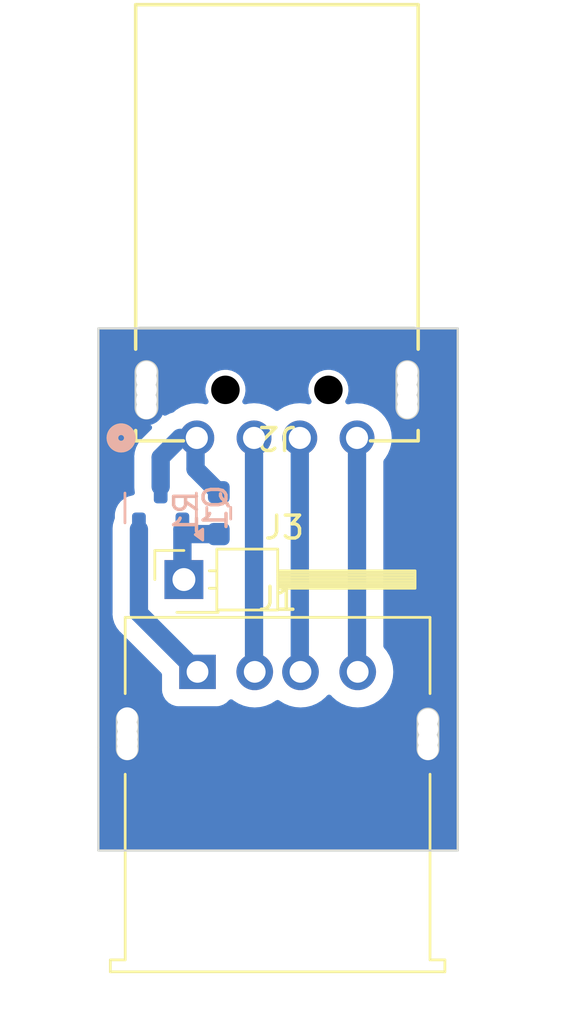
<source format=kicad_pcb>
(kicad_pcb (version 20221018) (generator pcbnew)
  (layers (0 "F.Cu" signal) (31 "B.Cu" signal) (34 "B.Paste" user) (35 "F.Paste" user) (36 "B.SilkS" user "B.Silkscreen") (37 "F.SilkS" user "F.Silkscreen") (38 "B.Mask" user) (39 "F.Mask" user) (44 "Edge.Cuts" user))
  (net 0 "")
  (net 1 "5V_OUT")
  (net 2 "Net-(J1-D-)")
  (net 3 "Net-(J1-D+)")
  (net 4 "GND")
  (net 5 "+5V")
  (net 6 "Net-(J3-Pin_1)")
  (net 7 "SHIELD")
  (footprint "" (layer "F.Cu") (at 120.9 78.74)
    (fp_text reference "" (at 0 0) (layer "F.SilkS") (effects (font (size 1.27 1.27))))
    (fp_text value "" (at 0 0) (layer "F.SilkS") (effects (font (size 1.27 1.27))))
    (pad "" np_thru_hole circle (at 0 1.96 180) (size 0.9 0.9) (drill 0.9) (layers "F&B.Cu" "*.Mask"))
  )
  (footprint "" (layer "F.Cu") (at 120.9 79.24)
    (fp_text reference "" (at 0 0) (layer "F.SilkS") (effects (font (size 1.27 1.27))))
    (fp_text value "" (at 0 0) (layer "F.SilkS") (effects (font (size 1.27 1.27))))
    (pad "" np_thru_hole circle (at 0 1.96 180) (size 0.9 0.9) (drill 0.9) (layers "F&B.Cu" "*.Mask"))
  )
  (footprint "" (layer "F.Cu") (at 104.2 78.24)
    (fp_text reference "" (at 0 0) (layer "F.SilkS") (effects (font (size 1.27 1.27))))
    (fp_text value "" (at 0 0) (layer "F.SilkS") (effects (font (size 1.27 1.27))))
    (pad "" np_thru_hole circle (at 3.56 1.96 180) (size 0.9 0.9) (drill 0.9) (layers "F&B.Cu" "*.Mask"))
  )
  (footprint "" (layer "F.Cu") (at 120.9 79.64)
    (fp_text reference "" (at 0 0) (layer "F.SilkS") (effects (font (size 1.27 1.27))))
    (fp_text value "" (at 0 0) (layer "F.SilkS") (effects (font (size 1.27 1.27))))
    (pad "" np_thru_hole circle (at 0 1.96 180) (size 0.9 0.9) (drill 0.9) (layers "F&B.Cu" "*.Mask"))
  )
  (footprint "" (layer "F.Cu") (at 104.2 78.64)
    (fp_text reference "" (at 0 0) (layer "F.SilkS") (effects (font (size 1.27 1.27))))
    (fp_text value "" (at 0 0) (layer "F.SilkS") (effects (font (size 1.27 1.27))))
    (pad "" np_thru_hole circle (at 3.56 1.96 180) (size 0.9 0.9) (drill 0.9) (layers "F&B.Cu" "*.Mask"))
  )
  (footprint "" (layer "F.Cu") (at 120.9 78.3)
    (fp_text reference "" (at 0 0) (layer "F.SilkS") (effects (font (size 1.27 1.27))))
    (fp_text value "" (at 0 0) (layer "F.SilkS") (effects (font (size 1.27 1.27))))
    (pad "" np_thru_hole circle (at 0 1.96 180) (size 0.9 0.9) (drill 0.9) (layers "F&B.Cu" "*.Mask"))
  )
  (footprint "" (layer "F.Cu") (at 104.2 79.34)
    (fp_text reference "" (at 0 0) (layer "F.SilkS") (effects (font (size 1.27 1.27))))
    (fp_text value "" (at 0 0) (layer "F.SilkS") (effects (font (size 1.27 1.27))))
    (pad "" np_thru_hole circle (at 3.56 1.96 180) (size 0.9 0.9) (drill 0.9) (layers "F&B.Cu" "*.Mask"))
  )
  (footprint "Connector_PinHeader_2.54mm:PinHeader_1x01_P2.54mm_Horizontal" (layer "F.Cu") (at 110.236 74.168)
    (fp_text reference "J3" (at 4.385 -2.27) (layer "F.SilkS"))
    (fp_text value "EN")
    (fp_line (start -1.27 -1.27) (end 0 -1.27) (stroke (width 0.12)) (layer "F.SilkS"))
    (fp_line (start -1.27 0) (end -1.27 -1.27) (stroke (width 0.12)) (layer "F.SilkS"))
    (fp_line (start 1.11 -0.38) (end 1.44 -0.38) (stroke (width 0.12)) (layer "F.SilkS"))
    (fp_line (start 1.11 0.38) (end 1.44 0.38) (stroke (width 0.12)) (layer "F.SilkS"))
    (fp_line (start 1.44 -1.33) (end 1.44 1.33) (stroke (width 0.12)) (layer "F.SilkS"))
    (fp_line (start 1.44 1.33) (end 4.1 1.33) (stroke (width 0.12)) (layer "F.SilkS"))
    (fp_line (start 4.1 -1.33) (end 1.44 -1.33) (stroke (width 0.12)) (layer "F.SilkS"))
    (fp_line (start 4.1 -0.38) (end 10.1 -0.38) (stroke (width 0.12)) (layer "F.SilkS"))
    (fp_line (start 4.1 -0.32) (end 10.1 -0.32) (stroke (width 0.12)) (layer "F.SilkS"))
    (fp_line (start 4.1 -0.2) (end 10.1 -0.2) (stroke (width 0.12)) (layer "F.SilkS"))
    (fp_line (start 4.1 -0.08) (end 10.1 -0.08) (stroke (width 0.12)) (layer "F.SilkS"))
    (fp_line (start 4.1 0.04) (end 10.1 0.04) (stroke (width 0.12)) (layer "F.SilkS"))
    (fp_line (start 4.1 0.16) (end 10.1 0.16) (stroke (width 0.12)) (layer "F.SilkS"))
    (fp_line (start 4.1 0.28) (end 10.1 0.28) (stroke (width 0.12)) (layer "F.SilkS"))
    (fp_line (start 4.1 1.33) (end 4.1 -1.33) (stroke (width 0.12)) (layer "F.SilkS"))
    (fp_line (start 10.1 -0.38) (end 10.1 0.38) (stroke (width 0.12)) (layer "F.SilkS"))
    (fp_line (start 10.1 0.38) (end 4.1 0.38) (stroke (width 0.12)) (layer "F.SilkS"))
    (pad "1" thru_hole rect (at 0 0) (size 1.7 1.7) (drill 1) (layers "*.Cu" "*.Mask") (net 6 "Net-(J3-Pin_1)"))
  )
  (footprint "model_usb_a_male:CONN_480370001_MOL" (layer "F.Cu") (at 110.800001 67.9831 180)
    (fp_text reference "J2" (at -3.499999 0 180 unlocked) (layer "F.SilkS"))
    (fp_text value "USB_A_MALE")
    (fp_circle (center 3.307201 0) (end 3.688201 0) (stroke (width 0.508)) (fill none) (layer "B.SilkS"))
    (fp_line (start -9.672199 -0.127) (end -9.672199 0.323576) (stroke (width 0.1524)) (layer "F.SilkS"))
    (fp_line (start -9.672199 3.876425) (end -9.672199 18.923) (stroke (width 0.1524)) (layer "F.SilkS"))
    (fp_line (start -9.672199 18.923) (end 2.672201 18.923) (stroke (width 0.1524)) (layer "F.SilkS"))
    (fp_line (start -7.587347 -0.127) (end -9.672199 -0.127) (stroke (width 0.1524)) (layer "F.SilkS"))
    (fp_line (start 2.672201 -0.127) (end 0.587348 -0.127) (stroke (width 0.1524)) (layer "F.SilkS"))
    (fp_line (start 2.672201 0.323576) (end 2.672201 -0.127) (stroke (width 0.1524)) (layer "F.SilkS"))
    (fp_line (start 2.672201 18.923) (end 2.672201 3.876425) (stroke (width 0.1524)) (layer "F.SilkS"))
    (fp_circle (center 3.307201 0) (end 3.688201 0) (stroke (width 0.508)) (fill none) (layer "F.SilkS"))
    (fp_line (start -9.199999 2.8747) (end -9.199999 1.3253) (stroke (width 1.0414)) (layer "Edge.Cuts"))
    (fp_line (start 2.200001 2.8747) (end 2.200001 1.3253) (stroke (width 1.0414)) (layer "Edge.Cuts"))
    (fp_line (start 2.545201 4.850001) (end -9.545199 4.850001) (stroke (width 0.0254)) (layer "Edge.Cuts"))
    (pad "" np_thru_hole circle (at -9.2 1.3 180) (size 0.9 0.9) (drill 0.9) (layers "F&B.Cu" "*.Mask"))
    (pad "" np_thru_hole circle (at -9.2 1.650001 180) (size 0.9 0.9) (drill 0.9) (layers "F&B.Cu" "*.Mask"))
    (pad "" np_thru_hole circle (at -9.2 2.100001 180) (size 0.9 0.9) (drill 0.9) (layers "F&B.Cu" "*.Mask"))
    (pad "" np_thru_hole circle (at -9.2 2.550001 180) (size 0.9 0.9) (drill 0.9) (layers "F&B.Cu" "*.Mask"))
    (pad "" np_thru_hole circle (at -9.2 2.9 180) (size 0.9 0.9) (drill 0.9) (layers "F&B.Cu" "*.Mask"))
    (pad "" np_thru_hole circle (at -5.75 2.100001 180) (size 1.2446 1.2446) (drill 1.2446) (layers))
    (pad "" np_thru_hole circle (at -1.249999 2.100001 180) (size 1.2446 1.2446) (drill 1.2446) (layers))
    (pad "" np_thru_hole circle (at 2.2 2.9 180) (size 0.9 0.9) (drill 0.9) (layers "F&B.Cu" "*.Mask"))
    (pad "" np_thru_hole circle (at 2.200001 1.27 180) (size 0.9 0.9) (drill 0.9) (layers "F&B.Cu" "*.Mask"))
    (pad "" np_thru_hole circle (at 2.200001 1.650001 180) (size 0.9 0.9) (drill 0.9) (layers "F&B.Cu" "*.Mask"))
    (pad "" np_thru_hole circle (at 2.200001 2.100001 180) (size 0.9 0.9) (drill 0.9) (layers "F&B.Cu" "*.Mask"))
    (pad "" np_thru_hole circle (at 2.200001 2.54 180) (size 0.9 0.9) (drill 0.9) (layers "F&B.Cu" "*.Mask"))
    (pad "1" thru_hole circle (at 0 0 180) (size 1.524 1.524) (drill 0.9652) (layers "*.Cu" "*.Mask") (net 5 "+5V"))
    (pad "2" thru_hole circle (at -2.499999 0 180) (size 1.524 1.524) (drill 0.9652) (layers "*.Cu" "*.Mask") (net 2 "Net-(J1-D-)"))
    (pad "3" thru_hole circle (at -4.5 0 180) (size 1.524 1.524) (drill 0.9652) (layers "*.Cu" "*.Mask") (net 3 "Net-(J1-D+)"))
    (pad "4" thru_hole circle (at -6.999998 0 180) (size 1.524 1.524) (drill 0.9652) (layers "*.Cu" "*.Mask") (net 4 "GND"))
    (pad "5" smd oval (at -9.2 2.100001 180) (size 1.5494 3.0988) (layers "B.Cu" "F.Paste" "F.Mask") (net 7 "SHIELD"))
    (pad "5" smd oval (at 2.200002 2.100001 180) (size 1.5494 3.0988) (layers "B.Cu" "F.Paste" "F.Mask") (net 7 "SHIELD"))
  )
  (footprint "" (layer "F.Cu") (at 104.2 79.04)
    (fp_text reference "" (at 0 0) (layer "F.SilkS") (effects (font (size 1.27 1.27))))
    (fp_text value "" (at 0 0) (layer "F.SilkS") (effects (font (size 1.27 1.27))))
    (pad "" np_thru_hole circle (at 3.56 1.96 180) (size 0.9 0.9) (drill 0.9) (layers "F&B.Cu" "*.Mask"))
  )
  (footprint "" (layer "F.Cu") (at 104.2 79.64)
    (fp_text reference "" (at 0 0) (layer "F.SilkS") (effects (font (size 1.27 1.27))))
    (fp_text value "" (at 0 0) (layer "F.SilkS") (effects (font (size 1.27 1.27))))
    (pad "" np_thru_hole circle (at 3.56 1.96 180) (size 0.9 0.9) (drill 0.9) (layers "F&B.Cu" "*.Mask"))
  )
  (footprint "Connector_USB:USB_A_Molex_67643_Horizontal" (layer "F.Cu") (at 110.83 78.2)
    (fp_text reference "J1" (at 3.5 -3.19) (layer "F.SilkS"))
    (fp_text value "USB_A_FEMALE")
    (fp_line (start -3.81 12.58) (end -3.81 13.1) (stroke (width 0.12)) (layer "F.SilkS"))
    (fp_line (start -3.81 13.1) (end 10.81 13.1) (stroke (width 0.12)) (layer "F.SilkS"))
    (fp_line (start -3.16 -2.38) (end -3.16 0.95) (stroke (width 0.12)) (layer "F.SilkS"))
    (fp_line (start -3.16 -2.38) (end 10.16 -2.38) (stroke (width 0.12)) (layer "F.SilkS"))
    (fp_line (start -3.16 12.58) (end -3.81 12.58) (stroke (width 0.12)) (layer "F.SilkS"))
    (fp_line (start -3.16 12.58) (end -3.16 4.47) (stroke (width 0.12)) (layer "F.SilkS"))
    (fp_line (start -0.9 -2.6) (end 0.9 -2.6) (stroke (width 0.12)) (layer "F.SilkS"))
    (fp_line (start 10.16 -2.38) (end 10.16 0.95) (stroke (width 0.12)) (layer "F.SilkS"))
    (fp_line (start 10.16 4.47) (end 10.16 12.58) (stroke (width 0.12)) (layer "F.SilkS"))
    (fp_line (start 10.81 12.58) (end 10.16 12.58) (stroke (width 0.12)) (layer "F.SilkS"))
    (fp_line (start 10.81 13.1) (end 10.81 12.58) (stroke (width 0.12)) (layer "F.SilkS"))
    (pad "1" thru_hole rect (at 0 0) (size 1.6 1.5) (drill 0.95) (layers "*.Cu" "*.Mask") (net 1 "5V_OUT"))
    (pad "2" thru_hole circle (at 2.5 0) (size 1.6 1.6) (drill 0.95) (layers "*.Cu" "*.Mask") (net 2 "Net-(J1-D-)"))
    (pad "3" thru_hole circle (at 4.5 0) (size 1.6 1.6) (drill 0.95) (layers "*.Cu" "*.Mask") (net 3 "Net-(J1-D+)"))
    (pad "4" thru_hole circle (at 7 0) (size 1.6 1.6) (drill 0.95) (layers "*.Cu" "*.Mask") (net 4 "GND"))
    (pad "5" smd oval (at -3.07 2.71) (size 2 3) (layers "B.Cu" "F.Paste" "F.Mask") (net 7 "SHIELD"))
    (pad "5" smd oval (at 10.07 2.71) (size 2 3) (layers "B.Cu" "F.Paste" "F.Mask") (net 7 "SHIELD"))
  )
  (footprint "Resistor_SMD:R_0603_1608Metric_Pad0.98x0.95mm_HandSolder" (layer "B.Cu") (at 111.76 71.2705 -90)
    (fp_text reference "R1" (at 0 1.43 90) (layer "B.SilkS") (effects (justify mirror)))
    (fp_text value "100K")
    (fp_line (start -0.254724 -0.5225) (end 0.254724 -0.5225) (stroke (width 0.12)) (layer "B.SilkS"))
    (fp_line (start -0.254724 0.5225) (end 0.254724 0.5225) (stroke (width 0.12)) (layer "B.SilkS"))
    (pad "1" smd roundrect (at -0.9125 0 270) (size 0.975 0.95) (layers "B.Cu" "B.Paste" "B.Mask") (net 5 "+5V"))
    (pad "2" smd roundrect (at 0.9125 0 270) (size 0.975 0.95) (layers "B.Cu" "B.Paste" "B.Mask") (net 6 "Net-(J3-Pin_1)"))
  )
  (footprint "Package_TO_SOT_SMD:SOT-23" (layer "B.Cu") (at 109.22 71.0415 90)
    (fp_text reference "Q1" (at 0 2.4 90) (layer "B.SilkS") (effects (justify mirror)))
    (fp_text value "DMG2301L")
    (fp_line (start 0 -1.56) (end -0.65 -1.56) (stroke (width 0.12)) (layer "B.SilkS"))
    (fp_line (start 0 -1.56) (end 0.65 -1.56) (stroke (width 0.12)) (layer "B.SilkS"))
    (fp_line (start 0 1.56) (end -0.65 1.56) (stroke (width 0.12)) (layer "B.SilkS"))
    (fp_line (start 0 1.56) (end 0.65 1.56) (stroke (width 0.12)) (layer "B.SilkS"))
    (fp_poly (pts (xy -1.1625 1.51) (xy -1.4025 1.84) (xy -0.9225 1.84) (xy -1.1625 1.51)) (stroke (width 0.12)) (fill solid) (layer "B.SilkS"))
    (pad "1" smd roundrect (at -0.9375 0.95 90) (size 1.475 0.6) (layers "B.Cu" "B.Paste" "B.Mask") (net 6 "Net-(J3-Pin_1)"))
    (pad "2" smd roundrect (at -0.9375 -0.95 90) (size 1.475 0.6) (layers "B.Cu" "B.Paste" "B.Mask") (net 1 "5V_OUT"))
    (pad "3" smd roundrect (at 0.9375 0 90) (size 1.475 0.6) (layers "B.Cu" "B.Paste" "B.Mask") (net 5 "+5V"))
  )
  (gr_line (start 120.9 80.26) (end 120.9 81.56) (stroke (width 1)) (layer "Edge.Cuts"))
  (gr_line (start 122.2 81.5) (end 122.2 63.2) (stroke (width 0.1)) (layer "Edge.Cuts"))
  (gr_line (start 122.2 86) (end 106.5 86) (stroke (width 0.1)) (layer "Edge.Cuts"))
  (gr_line (start 107.76 80.26) (end 107.76 81.56) (stroke (width 1)) (layer "Edge.Cuts"))
  (gr_line (start 106.5 81.5) (end 106.5 63.2) (stroke (width 0.1)) (layer "Edge.Cuts"))
  (gr_line (start 122.2 81.5) (end 122.2 86) (stroke (width 0.1)) (layer "Edge.Cuts"))
  (gr_line (start 106.5 81.5) (end 106.5 86) (stroke (width 0.1)) (layer "Edge.Cuts"))
  (gr_line (start 106.5 63.2) (end 122.2 63.2) (stroke (width 0.1)) (layer "Edge.Cuts"))
  (segment (start 110.83 78.2) (end 108.27 75.64) (width 0.8) (layer "B.Cu") (net 1))
  (segment (start 108.27 75.64) (end 108.27 71.979) (width 0.8) (layer "B.Cu") (net 1))
  (segment (start 113.3 78.17) (end 113.33 78.2) (width 0.8) (layer "B.Cu") (net 2))
  (segment (start 113.3 67.9831) (end 113.3 78.17) (width 0.8) (layer "B.Cu") (net 2))
  (segment (start 113.33 68.0131) (end 113.3 67.9831) (width 0.8) (layer "B.Cu") (net 2))
  (segment (start 115.300001 78.170001) (end 115.33 78.2) (width 0.8) (layer "B.Cu") (net 3))
  (segment (start 115.300001 67.9831) (end 115.300001 78.170001) (width 0.8) (layer "B.Cu") (net 3))
  (segment (start 117.83 68.013101) (end 117.799999 67.9831) (width 0.8) (layer "B.Cu") (net 4))
  (segment (start 117.799999 67.9831) (end 117.799999 78.169999) (width 0.8) (layer "B.Cu") (net 4))
  (segment (start 117.799999 78.169999) (end 117.83 78.2) (width 0.8) (layer "B.Cu") (net 4))
  (segment (start 110.744 69.342) (end 110.744 68.039101) (width 0.8) (layer "B.Cu") (net 5))
  (segment (start 110.744 68.039101) (end 110.800001 67.9831) (width 0.8) (layer "B.Cu") (net 5))
  (segment (start 110.800001 67.9831) (end 110.0709 67.9831) (width 0.8) (layer "B.Cu") (net 5))
  (segment (start 109.22 69.563101) (end 109.22 70.104) (width 0.25) (layer "B.Cu") (net 5))
  (segment (start 111.76 70.358) (end 110.744 69.342) (width 0.8) (layer "B.Cu") (net 5))
  (segment (start 110.0709 67.9831) (end 109.22 68.834) (width 0.8) (layer "B.Cu") (net 5))
  (segment (start 109.22 68.834) (end 109.22 70.104) (width 0.8) (layer "B.Cu") (net 5))
  (segment (start 110.17 74.102) (end 110.236 74.168) (width 0.8) (layer "B.Cu") (net 6))
  (segment (start 110.374 72.183) (end 110.17 71.979) (width 0.8) (layer "B.Cu") (net 6))
  (segment (start 111.76 72.183) (end 110.374 72.183) (width 0.8) (layer "B.Cu") (net 6))
  (segment (start 110.17 71.979) (end 110.17 74.102) (width 0.8) (layer "B.Cu") (net 6))
  (zone (net 7) (net_name "SHIELD") (layer "B.Cu") (connect_pads yes (clearance 0.75)) (min_thickness 0.25) (fill yes (thermal_gap 0.5) (thermal_bridge_width 0.5))
    (polygon (pts (xy 102.2 68.2) (xy 105.2 60.5) (xy 127.2 60.7) (xy 126.2 88.6) (xy 104.2 89.2)))
  )
)
</source>
